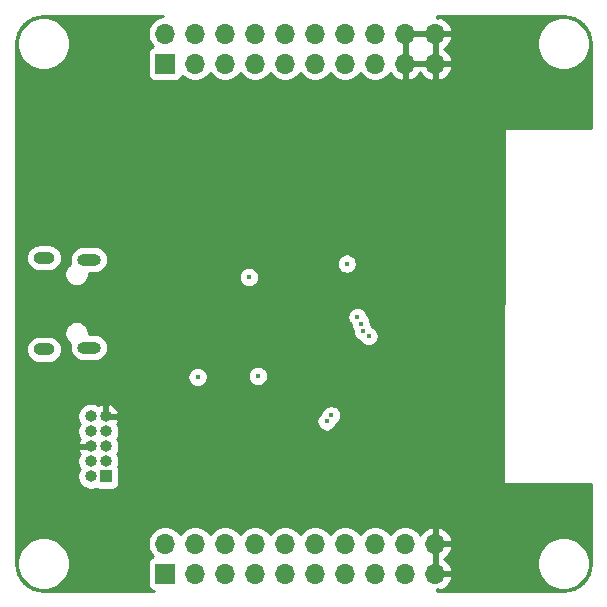
<source format=gbr>
%TF.GenerationSoftware,KiCad,Pcbnew,(5.1.12-1-10_14)*%
%TF.CreationDate,2022-01-30T11:33:22+08:00*%
%TF.ProjectId,nrf51822_devboard,6e726635-3138-4323-925f-646576626f61,rev?*%
%TF.SameCoordinates,Original*%
%TF.FileFunction,Copper,L2,Inr*%
%TF.FilePolarity,Positive*%
%FSLAX46Y46*%
G04 Gerber Fmt 4.6, Leading zero omitted, Abs format (unit mm)*
G04 Created by KiCad (PCBNEW (5.1.12-1-10_14)) date 2022-01-30 11:33:22*
%MOMM*%
%LPD*%
G01*
G04 APERTURE LIST*
%TA.AperFunction,ComponentPad*%
%ADD10O,1.700000X1.700000*%
%TD*%
%TA.AperFunction,ComponentPad*%
%ADD11R,1.700000X1.700000*%
%TD*%
%TA.AperFunction,ComponentPad*%
%ADD12O,1.800000X1.000000*%
%TD*%
%TA.AperFunction,ComponentPad*%
%ADD13O,2.000000X1.000000*%
%TD*%
%TA.AperFunction,ComponentPad*%
%ADD14O,1.000000X1.000000*%
%TD*%
%TA.AperFunction,ComponentPad*%
%ADD15R,1.000000X1.000000*%
%TD*%
%TA.AperFunction,ViaPad*%
%ADD16C,0.450000*%
%TD*%
%TA.AperFunction,Conductor*%
%ADD17C,0.254000*%
%TD*%
%TA.AperFunction,Conductor*%
%ADD18C,0.100000*%
%TD*%
G04 APERTURE END LIST*
D10*
%TO.N,GND*%
%TO.C,J3*%
X136150000Y-52140000D03*
X136150000Y-54680000D03*
X133610000Y-52140000D03*
X133610000Y-54680000D03*
%TO.N,P0.17*%
X131070000Y-52140000D03*
%TO.N,P0.18*%
X131070000Y-54680000D03*
%TO.N,P0.19*%
X128530000Y-52140000D03*
%TO.N,P0.20*%
X128530000Y-54680000D03*
%TO.N,P0.21*%
X125990000Y-52140000D03*
%TO.N,P0.22*%
X125990000Y-54680000D03*
%TO.N,P0.23*%
X123450000Y-52140000D03*
%TO.N,P0.24*%
X123450000Y-54680000D03*
%TO.N,P0.25*%
X120910000Y-52140000D03*
%TO.N,P0.26*%
X120910000Y-54680000D03*
%TO.N,P0.27*%
X118370000Y-52140000D03*
%TO.N,P0.28*%
X118370000Y-54680000D03*
%TO.N,P0.29*%
X115830000Y-52140000D03*
%TO.N,P0.30*%
X115830000Y-54680000D03*
%TO.N,+3V3*%
X113290000Y-52140000D03*
D11*
X113290000Y-54680000D03*
%TD*%
D10*
%TO.N,GND*%
%TO.C,J2*%
X136150000Y-95320000D03*
X136150000Y-97860000D03*
%TO.N,P0.16*%
X133610000Y-95320000D03*
%TO.N,P0.15*%
X133610000Y-97860000D03*
%TO.N,P0.14*%
X131070000Y-95320000D03*
%TO.N,P0.13*%
X131070000Y-97860000D03*
%TO.N,P0.12*%
X128530000Y-95320000D03*
%TO.N,P0.11*%
X128530000Y-97860000D03*
%TO.N,P0.10*%
X125990000Y-95320000D03*
%TO.N,P0.9*%
X125990000Y-97860000D03*
%TO.N,P0.8*%
X123450000Y-95320000D03*
%TO.N,P0.7*%
X123450000Y-97860000D03*
%TO.N,P0.6*%
X120910000Y-95320000D03*
%TO.N,P0.5*%
X120910000Y-97860000D03*
%TO.N,P0.4*%
X118370000Y-95320000D03*
%TO.N,P0.3*%
X118370000Y-97860000D03*
%TO.N,P0.2*%
X115830000Y-95320000D03*
%TO.N,P0.1*%
X115830000Y-97860000D03*
%TO.N,P0.0*%
X113290000Y-95320000D03*
D11*
%TO.N,+3V3*%
X113290000Y-97860000D03*
%TD*%
D12*
%TO.N,Net-(J1-Pad0)*%
%TO.C,J1*%
X103050000Y-78875000D03*
X103050000Y-71125000D03*
D13*
X106850000Y-78725000D03*
X106850000Y-71275000D03*
%TD*%
D14*
%TO.N,GND*%
%TO.C,CON1*%
X108275000Y-84550000D03*
%TO.N,P0.4*%
X107005000Y-84550000D03*
%TO.N,SWCLK*%
X108275000Y-85820000D03*
%TO.N,P0.5*%
X107005000Y-85820000D03*
%TO.N,SWDIO*%
X108275000Y-87090000D03*
%TO.N,GND*%
X107005000Y-87090000D03*
%TO.N,+3V3*%
X108275000Y-88360000D03*
%TO.N,N/C*%
X107005000Y-88360000D03*
X107005000Y-89630000D03*
D15*
X108275000Y-89630000D03*
%TD*%
D16*
%TO.N,GND*%
X118910000Y-69700000D03*
X118960000Y-58000000D03*
X109360000Y-77350000D03*
X141400000Y-73600000D03*
X140700000Y-73600000D03*
X140000000Y-73600000D03*
X139300000Y-73600000D03*
X138600000Y-73600000D03*
X137900000Y-73600000D03*
X137200000Y-73600000D03*
X136500000Y-73600000D03*
X135800000Y-73600000D03*
X135100000Y-73600000D03*
X134400000Y-73600000D03*
X133700000Y-73600000D03*
X133000000Y-73600000D03*
X141400000Y-75500000D03*
X140700000Y-75500000D03*
X140000000Y-75500000D03*
X140000000Y-76200000D03*
X140000000Y-76900000D03*
X141400000Y-76200000D03*
X141400000Y-76900000D03*
X112760000Y-62460000D03*
%TO.N,+3V3*%
X121140000Y-81120000D03*
X116040000Y-81220000D03*
X120380000Y-72770000D03*
X128660000Y-71620000D03*
%TO.N,SWCLK*%
X127353590Y-84462710D03*
%TO.N,SWDIO*%
X126960000Y-84980000D03*
%TO.N,P0.20*%
X129570000Y-76125000D03*
%TO.N,P0.19*%
X129850137Y-76711537D03*
%TO.N,P0.18*%
X130030933Y-77335889D03*
%TO.N,P0.17*%
X130511102Y-77773998D03*
%TD*%
D17*
%TO.N,GND*%
X112856842Y-50712068D02*
X112586589Y-50824010D01*
X112343368Y-50986525D01*
X112136525Y-51193368D01*
X111974010Y-51436589D01*
X111862068Y-51706842D01*
X111805000Y-51993740D01*
X111805000Y-52286260D01*
X111862068Y-52573158D01*
X111974010Y-52843411D01*
X112136525Y-53086632D01*
X112268380Y-53218487D01*
X112195820Y-53240498D01*
X112085506Y-53299463D01*
X111988815Y-53378815D01*
X111909463Y-53475506D01*
X111850498Y-53585820D01*
X111814188Y-53705518D01*
X111801928Y-53830000D01*
X111801928Y-55530000D01*
X111814188Y-55654482D01*
X111850498Y-55774180D01*
X111909463Y-55884494D01*
X111988815Y-55981185D01*
X112085506Y-56060537D01*
X112195820Y-56119502D01*
X112315518Y-56155812D01*
X112440000Y-56168072D01*
X114140000Y-56168072D01*
X114264482Y-56155812D01*
X114384180Y-56119502D01*
X114494494Y-56060537D01*
X114591185Y-55981185D01*
X114670537Y-55884494D01*
X114729502Y-55774180D01*
X114751513Y-55701620D01*
X114883368Y-55833475D01*
X115126589Y-55995990D01*
X115396842Y-56107932D01*
X115683740Y-56165000D01*
X115976260Y-56165000D01*
X116263158Y-56107932D01*
X116533411Y-55995990D01*
X116776632Y-55833475D01*
X116983475Y-55626632D01*
X117100000Y-55452240D01*
X117216525Y-55626632D01*
X117423368Y-55833475D01*
X117666589Y-55995990D01*
X117936842Y-56107932D01*
X118223740Y-56165000D01*
X118516260Y-56165000D01*
X118803158Y-56107932D01*
X119073411Y-55995990D01*
X119316632Y-55833475D01*
X119523475Y-55626632D01*
X119640000Y-55452240D01*
X119756525Y-55626632D01*
X119963368Y-55833475D01*
X120206589Y-55995990D01*
X120476842Y-56107932D01*
X120763740Y-56165000D01*
X121056260Y-56165000D01*
X121343158Y-56107932D01*
X121613411Y-55995990D01*
X121856632Y-55833475D01*
X122063475Y-55626632D01*
X122180000Y-55452240D01*
X122296525Y-55626632D01*
X122503368Y-55833475D01*
X122746589Y-55995990D01*
X123016842Y-56107932D01*
X123303740Y-56165000D01*
X123596260Y-56165000D01*
X123883158Y-56107932D01*
X124153411Y-55995990D01*
X124396632Y-55833475D01*
X124603475Y-55626632D01*
X124720000Y-55452240D01*
X124836525Y-55626632D01*
X125043368Y-55833475D01*
X125286589Y-55995990D01*
X125556842Y-56107932D01*
X125843740Y-56165000D01*
X126136260Y-56165000D01*
X126423158Y-56107932D01*
X126693411Y-55995990D01*
X126936632Y-55833475D01*
X127143475Y-55626632D01*
X127260000Y-55452240D01*
X127376525Y-55626632D01*
X127583368Y-55833475D01*
X127826589Y-55995990D01*
X128096842Y-56107932D01*
X128383740Y-56165000D01*
X128676260Y-56165000D01*
X128963158Y-56107932D01*
X129233411Y-55995990D01*
X129476632Y-55833475D01*
X129683475Y-55626632D01*
X129800000Y-55452240D01*
X129916525Y-55626632D01*
X130123368Y-55833475D01*
X130366589Y-55995990D01*
X130636842Y-56107932D01*
X130923740Y-56165000D01*
X131216260Y-56165000D01*
X131503158Y-56107932D01*
X131773411Y-55995990D01*
X132016632Y-55833475D01*
X132223475Y-55626632D01*
X132345195Y-55444466D01*
X132414822Y-55561355D01*
X132609731Y-55777588D01*
X132843080Y-55951641D01*
X133105901Y-56076825D01*
X133253110Y-56121476D01*
X133483000Y-56000155D01*
X133483000Y-54807000D01*
X133737000Y-54807000D01*
X133737000Y-56000155D01*
X133966890Y-56121476D01*
X134114099Y-56076825D01*
X134376920Y-55951641D01*
X134610269Y-55777588D01*
X134805178Y-55561355D01*
X134880000Y-55435745D01*
X134954822Y-55561355D01*
X135149731Y-55777588D01*
X135383080Y-55951641D01*
X135645901Y-56076825D01*
X135793110Y-56121476D01*
X136023000Y-56000155D01*
X136023000Y-54807000D01*
X136277000Y-54807000D01*
X136277000Y-56000155D01*
X136506890Y-56121476D01*
X136654099Y-56076825D01*
X136916920Y-55951641D01*
X137150269Y-55777588D01*
X137345178Y-55561355D01*
X137494157Y-55311252D01*
X137591481Y-55036891D01*
X137470814Y-54807000D01*
X136277000Y-54807000D01*
X136023000Y-54807000D01*
X133737000Y-54807000D01*
X133483000Y-54807000D01*
X133463000Y-54807000D01*
X133463000Y-54553000D01*
X133483000Y-54553000D01*
X133483000Y-52267000D01*
X133737000Y-52267000D01*
X133737000Y-54553000D01*
X136023000Y-54553000D01*
X136023000Y-52267000D01*
X136277000Y-52267000D01*
X136277000Y-54553000D01*
X137470814Y-54553000D01*
X137591481Y-54323109D01*
X137494157Y-54048748D01*
X137345178Y-53798645D01*
X137150269Y-53582412D01*
X136919120Y-53410000D01*
X137150269Y-53237588D01*
X137345178Y-53021355D01*
X137489022Y-52779872D01*
X144765000Y-52779872D01*
X144765000Y-53220128D01*
X144850890Y-53651925D01*
X145019369Y-54058669D01*
X145263962Y-54424729D01*
X145575271Y-54736038D01*
X145941331Y-54980631D01*
X146348075Y-55149110D01*
X146779872Y-55235000D01*
X147220128Y-55235000D01*
X147651925Y-55149110D01*
X148058669Y-54980631D01*
X148424729Y-54736038D01*
X148736038Y-54424729D01*
X148980631Y-54058669D01*
X149149110Y-53651925D01*
X149235000Y-53220128D01*
X149235000Y-52779872D01*
X149149110Y-52348075D01*
X148980631Y-51941331D01*
X148736038Y-51575271D01*
X148424729Y-51263962D01*
X148058669Y-51019369D01*
X147651925Y-50850890D01*
X147220128Y-50765000D01*
X146779872Y-50765000D01*
X146348075Y-50850890D01*
X145941331Y-51019369D01*
X145575271Y-51263962D01*
X145263962Y-51575271D01*
X145019369Y-51941331D01*
X144850890Y-52348075D01*
X144765000Y-52779872D01*
X137489022Y-52779872D01*
X137494157Y-52771252D01*
X137591481Y-52496891D01*
X137470814Y-52267000D01*
X136277000Y-52267000D01*
X136023000Y-52267000D01*
X133737000Y-52267000D01*
X133483000Y-52267000D01*
X133463000Y-52267000D01*
X133463000Y-52013000D01*
X133483000Y-52013000D01*
X133483000Y-51993000D01*
X133737000Y-51993000D01*
X133737000Y-52013000D01*
X136023000Y-52013000D01*
X136023000Y-51993000D01*
X136277000Y-51993000D01*
X136277000Y-52013000D01*
X137470814Y-52013000D01*
X137591481Y-51783109D01*
X137494157Y-51508748D01*
X137345178Y-51258645D01*
X137150269Y-51042412D01*
X136916920Y-50868359D01*
X136654099Y-50743175D01*
X136506890Y-50698524D01*
X136277002Y-50819844D01*
X136277002Y-50660000D01*
X146967721Y-50660000D01*
X147453893Y-50707670D01*
X147890498Y-50839489D01*
X148293185Y-51053600D01*
X148646612Y-51341848D01*
X148937327Y-51693261D01*
X149154242Y-52094439D01*
X149289106Y-52530113D01*
X149340000Y-53014344D01*
X149340000Y-60152146D01*
X142112047Y-60152146D01*
X142087688Y-60154504D01*
X142063840Y-60161651D01*
X142041844Y-60173314D01*
X142022546Y-60189043D01*
X142006687Y-60208235D01*
X141994878Y-60230152D01*
X141987571Y-60253952D01*
X141985048Y-60278721D01*
X141885048Y-90128721D01*
X141887536Y-90154168D01*
X141894810Y-90177978D01*
X141906589Y-90199911D01*
X141922421Y-90219125D01*
X141941698Y-90234881D01*
X141963677Y-90246574D01*
X141987516Y-90253754D01*
X142012297Y-90256146D01*
X149340001Y-90241721D01*
X149340001Y-96967711D01*
X149292330Y-97453894D01*
X149160512Y-97890497D01*
X148946399Y-98293186D01*
X148658150Y-98646613D01*
X148306739Y-98937327D01*
X147905564Y-99154240D01*
X147469886Y-99289106D01*
X146985664Y-99340000D01*
X136277002Y-99340000D01*
X136277002Y-99180156D01*
X136506890Y-99301476D01*
X136654099Y-99256825D01*
X136916920Y-99131641D01*
X137150269Y-98957588D01*
X137345178Y-98741355D01*
X137494157Y-98491252D01*
X137591481Y-98216891D01*
X137470814Y-97987000D01*
X136277000Y-97987000D01*
X136277000Y-98007000D01*
X136023000Y-98007000D01*
X136023000Y-97987000D01*
X136003000Y-97987000D01*
X136003000Y-97733000D01*
X136023000Y-97733000D01*
X136023000Y-95447000D01*
X136277000Y-95447000D01*
X136277000Y-97733000D01*
X137470814Y-97733000D01*
X137591481Y-97503109D01*
X137494157Y-97228748D01*
X137345178Y-96978645D01*
X137166008Y-96779872D01*
X144765000Y-96779872D01*
X144765000Y-97220128D01*
X144850890Y-97651925D01*
X145019369Y-98058669D01*
X145263962Y-98424729D01*
X145575271Y-98736038D01*
X145941331Y-98980631D01*
X146348075Y-99149110D01*
X146779872Y-99235000D01*
X147220128Y-99235000D01*
X147651925Y-99149110D01*
X148058669Y-98980631D01*
X148424729Y-98736038D01*
X148736038Y-98424729D01*
X148980631Y-98058669D01*
X149149110Y-97651925D01*
X149235000Y-97220128D01*
X149235000Y-96779872D01*
X149149110Y-96348075D01*
X148980631Y-95941331D01*
X148736038Y-95575271D01*
X148424729Y-95263962D01*
X148058669Y-95019369D01*
X147651925Y-94850890D01*
X147220128Y-94765000D01*
X146779872Y-94765000D01*
X146348075Y-94850890D01*
X145941331Y-95019369D01*
X145575271Y-95263962D01*
X145263962Y-95575271D01*
X145019369Y-95941331D01*
X144850890Y-96348075D01*
X144765000Y-96779872D01*
X137166008Y-96779872D01*
X137150269Y-96762412D01*
X136919120Y-96590000D01*
X137150269Y-96417588D01*
X137345178Y-96201355D01*
X137494157Y-95951252D01*
X137591481Y-95676891D01*
X137470814Y-95447000D01*
X136277000Y-95447000D01*
X136023000Y-95447000D01*
X136003000Y-95447000D01*
X136003000Y-95193000D01*
X136023000Y-95193000D01*
X136023000Y-93999845D01*
X136277000Y-93999845D01*
X136277000Y-95193000D01*
X137470814Y-95193000D01*
X137591481Y-94963109D01*
X137494157Y-94688748D01*
X137345178Y-94438645D01*
X137150269Y-94222412D01*
X136916920Y-94048359D01*
X136654099Y-93923175D01*
X136506890Y-93878524D01*
X136277000Y-93999845D01*
X136023000Y-93999845D01*
X135793110Y-93878524D01*
X135645901Y-93923175D01*
X135383080Y-94048359D01*
X135149731Y-94222412D01*
X134954822Y-94438645D01*
X134885195Y-94555534D01*
X134763475Y-94373368D01*
X134556632Y-94166525D01*
X134313411Y-94004010D01*
X134043158Y-93892068D01*
X133756260Y-93835000D01*
X133463740Y-93835000D01*
X133176842Y-93892068D01*
X132906589Y-94004010D01*
X132663368Y-94166525D01*
X132456525Y-94373368D01*
X132340000Y-94547760D01*
X132223475Y-94373368D01*
X132016632Y-94166525D01*
X131773411Y-94004010D01*
X131503158Y-93892068D01*
X131216260Y-93835000D01*
X130923740Y-93835000D01*
X130636842Y-93892068D01*
X130366589Y-94004010D01*
X130123368Y-94166525D01*
X129916525Y-94373368D01*
X129800000Y-94547760D01*
X129683475Y-94373368D01*
X129476632Y-94166525D01*
X129233411Y-94004010D01*
X128963158Y-93892068D01*
X128676260Y-93835000D01*
X128383740Y-93835000D01*
X128096842Y-93892068D01*
X127826589Y-94004010D01*
X127583368Y-94166525D01*
X127376525Y-94373368D01*
X127260000Y-94547760D01*
X127143475Y-94373368D01*
X126936632Y-94166525D01*
X126693411Y-94004010D01*
X126423158Y-93892068D01*
X126136260Y-93835000D01*
X125843740Y-93835000D01*
X125556842Y-93892068D01*
X125286589Y-94004010D01*
X125043368Y-94166525D01*
X124836525Y-94373368D01*
X124720000Y-94547760D01*
X124603475Y-94373368D01*
X124396632Y-94166525D01*
X124153411Y-94004010D01*
X123883158Y-93892068D01*
X123596260Y-93835000D01*
X123303740Y-93835000D01*
X123016842Y-93892068D01*
X122746589Y-94004010D01*
X122503368Y-94166525D01*
X122296525Y-94373368D01*
X122180000Y-94547760D01*
X122063475Y-94373368D01*
X121856632Y-94166525D01*
X121613411Y-94004010D01*
X121343158Y-93892068D01*
X121056260Y-93835000D01*
X120763740Y-93835000D01*
X120476842Y-93892068D01*
X120206589Y-94004010D01*
X119963368Y-94166525D01*
X119756525Y-94373368D01*
X119640000Y-94547760D01*
X119523475Y-94373368D01*
X119316632Y-94166525D01*
X119073411Y-94004010D01*
X118803158Y-93892068D01*
X118516260Y-93835000D01*
X118223740Y-93835000D01*
X117936842Y-93892068D01*
X117666589Y-94004010D01*
X117423368Y-94166525D01*
X117216525Y-94373368D01*
X117100000Y-94547760D01*
X116983475Y-94373368D01*
X116776632Y-94166525D01*
X116533411Y-94004010D01*
X116263158Y-93892068D01*
X115976260Y-93835000D01*
X115683740Y-93835000D01*
X115396842Y-93892068D01*
X115126589Y-94004010D01*
X114883368Y-94166525D01*
X114676525Y-94373368D01*
X114560000Y-94547760D01*
X114443475Y-94373368D01*
X114236632Y-94166525D01*
X113993411Y-94004010D01*
X113723158Y-93892068D01*
X113436260Y-93835000D01*
X113143740Y-93835000D01*
X112856842Y-93892068D01*
X112586589Y-94004010D01*
X112343368Y-94166525D01*
X112136525Y-94373368D01*
X111974010Y-94616589D01*
X111862068Y-94886842D01*
X111805000Y-95173740D01*
X111805000Y-95466260D01*
X111862068Y-95753158D01*
X111974010Y-96023411D01*
X112136525Y-96266632D01*
X112268380Y-96398487D01*
X112195820Y-96420498D01*
X112085506Y-96479463D01*
X111988815Y-96558815D01*
X111909463Y-96655506D01*
X111850498Y-96765820D01*
X111814188Y-96885518D01*
X111801928Y-97010000D01*
X111801928Y-98710000D01*
X111814188Y-98834482D01*
X111850498Y-98954180D01*
X111909463Y-99064494D01*
X111988815Y-99161185D01*
X112085506Y-99240537D01*
X112195820Y-99299502D01*
X112315518Y-99335812D01*
X112358041Y-99340000D01*
X103032279Y-99340000D01*
X102546106Y-99292330D01*
X102109503Y-99160512D01*
X101706814Y-98946399D01*
X101353387Y-98658150D01*
X101062673Y-98306739D01*
X100845760Y-97905564D01*
X100710894Y-97469886D01*
X100660000Y-96985664D01*
X100660000Y-96779872D01*
X100765000Y-96779872D01*
X100765000Y-97220128D01*
X100850890Y-97651925D01*
X101019369Y-98058669D01*
X101263962Y-98424729D01*
X101575271Y-98736038D01*
X101941331Y-98980631D01*
X102348075Y-99149110D01*
X102779872Y-99235000D01*
X103220128Y-99235000D01*
X103651925Y-99149110D01*
X104058669Y-98980631D01*
X104424729Y-98736038D01*
X104736038Y-98424729D01*
X104980631Y-98058669D01*
X105149110Y-97651925D01*
X105235000Y-97220128D01*
X105235000Y-96779872D01*
X105149110Y-96348075D01*
X104980631Y-95941331D01*
X104736038Y-95575271D01*
X104424729Y-95263962D01*
X104058669Y-95019369D01*
X103651925Y-94850890D01*
X103220128Y-94765000D01*
X102779872Y-94765000D01*
X102348075Y-94850890D01*
X101941331Y-95019369D01*
X101575271Y-95263962D01*
X101263962Y-95575271D01*
X101019369Y-95941331D01*
X100850890Y-96348075D01*
X100765000Y-96779872D01*
X100660000Y-96779872D01*
X100660000Y-84438212D01*
X105870000Y-84438212D01*
X105870000Y-84661788D01*
X105913617Y-84881067D01*
X105999176Y-85087624D01*
X106064241Y-85185000D01*
X105999176Y-85282376D01*
X105913617Y-85488933D01*
X105870000Y-85708212D01*
X105870000Y-85931788D01*
X105913617Y-86151067D01*
X105999176Y-86357624D01*
X106067353Y-86459658D01*
X106017877Y-86529794D01*
X105927554Y-86733136D01*
X105910881Y-86788126D01*
X106037046Y-86963000D01*
X106878000Y-86963000D01*
X106878000Y-86951974D01*
X106893212Y-86955000D01*
X107116788Y-86955000D01*
X107132000Y-86951974D01*
X107132000Y-86963000D01*
X107143026Y-86963000D01*
X107140000Y-86978212D01*
X107140000Y-87201788D01*
X107143026Y-87217000D01*
X107132000Y-87217000D01*
X107132000Y-87228026D01*
X107116788Y-87225000D01*
X106893212Y-87225000D01*
X106878000Y-87228026D01*
X106878000Y-87217000D01*
X106037046Y-87217000D01*
X105910881Y-87391874D01*
X105927554Y-87446864D01*
X106017877Y-87650206D01*
X106067353Y-87720342D01*
X105999176Y-87822376D01*
X105913617Y-88028933D01*
X105870000Y-88248212D01*
X105870000Y-88471788D01*
X105913617Y-88691067D01*
X105999176Y-88897624D01*
X106064241Y-88995000D01*
X105999176Y-89092376D01*
X105913617Y-89298933D01*
X105870000Y-89518212D01*
X105870000Y-89741788D01*
X105913617Y-89961067D01*
X105999176Y-90167624D01*
X106123388Y-90353520D01*
X106281480Y-90511612D01*
X106467376Y-90635824D01*
X106673933Y-90721383D01*
X106893212Y-90765000D01*
X107116788Y-90765000D01*
X107336067Y-90721383D01*
X107447774Y-90675112D01*
X107530820Y-90719502D01*
X107650518Y-90755812D01*
X107775000Y-90768072D01*
X108775000Y-90768072D01*
X108899482Y-90755812D01*
X109019180Y-90719502D01*
X109129494Y-90660537D01*
X109226185Y-90581185D01*
X109305537Y-90484494D01*
X109364502Y-90374180D01*
X109400812Y-90254482D01*
X109413072Y-90130000D01*
X109413072Y-89130000D01*
X109400812Y-89005518D01*
X109364502Y-88885820D01*
X109320112Y-88802774D01*
X109366383Y-88691067D01*
X109410000Y-88471788D01*
X109410000Y-88248212D01*
X109366383Y-88028933D01*
X109280824Y-87822376D01*
X109215759Y-87725000D01*
X109280824Y-87627624D01*
X109366383Y-87421067D01*
X109410000Y-87201788D01*
X109410000Y-86978212D01*
X109366383Y-86758933D01*
X109280824Y-86552376D01*
X109215759Y-86455000D01*
X109280824Y-86357624D01*
X109366383Y-86151067D01*
X109410000Y-85931788D01*
X109410000Y-85708212D01*
X109366383Y-85488933D01*
X109280824Y-85282376D01*
X109212647Y-85180342D01*
X109262123Y-85110206D01*
X109352446Y-84906864D01*
X109355953Y-84895297D01*
X126100000Y-84895297D01*
X126100000Y-85064703D01*
X126133049Y-85230853D01*
X126197878Y-85387363D01*
X126291995Y-85528218D01*
X126411782Y-85648005D01*
X126552637Y-85742122D01*
X126709147Y-85806951D01*
X126875297Y-85840000D01*
X127044703Y-85840000D01*
X127210853Y-85806951D01*
X127367363Y-85742122D01*
X127508218Y-85648005D01*
X127628005Y-85528218D01*
X127722122Y-85387363D01*
X127786951Y-85230853D01*
X127792317Y-85203875D01*
X127901808Y-85130715D01*
X128021595Y-85010928D01*
X128115712Y-84870073D01*
X128180541Y-84713563D01*
X128213590Y-84547413D01*
X128213590Y-84378007D01*
X128180541Y-84211857D01*
X128115712Y-84055347D01*
X128021595Y-83914492D01*
X127901808Y-83794705D01*
X127760953Y-83700588D01*
X127604443Y-83635759D01*
X127438293Y-83602710D01*
X127268887Y-83602710D01*
X127102737Y-83635759D01*
X126946227Y-83700588D01*
X126805372Y-83794705D01*
X126685585Y-83914492D01*
X126591468Y-84055347D01*
X126526639Y-84211857D01*
X126521273Y-84238835D01*
X126411782Y-84311995D01*
X126291995Y-84431782D01*
X126197878Y-84572637D01*
X126133049Y-84729147D01*
X126100000Y-84895297D01*
X109355953Y-84895297D01*
X109369119Y-84851874D01*
X109242954Y-84677000D01*
X108402000Y-84677000D01*
X108402000Y-84688026D01*
X108386788Y-84685000D01*
X108163212Y-84685000D01*
X108148000Y-84688026D01*
X108148000Y-84677000D01*
X108136974Y-84677000D01*
X108140000Y-84661788D01*
X108140000Y-84438212D01*
X108136974Y-84423000D01*
X108148000Y-84423000D01*
X108148000Y-83580871D01*
X108402000Y-83580871D01*
X108402000Y-84423000D01*
X109242954Y-84423000D01*
X109369119Y-84248126D01*
X109352446Y-84193136D01*
X109262123Y-83989794D01*
X109133865Y-83807980D01*
X108972601Y-83654682D01*
X108784529Y-83535790D01*
X108576876Y-83455874D01*
X108402000Y-83580871D01*
X108148000Y-83580871D01*
X107973124Y-83455874D01*
X107765471Y-83535790D01*
X107644512Y-83612256D01*
X107542624Y-83544176D01*
X107336067Y-83458617D01*
X107116788Y-83415000D01*
X106893212Y-83415000D01*
X106673933Y-83458617D01*
X106467376Y-83544176D01*
X106281480Y-83668388D01*
X106123388Y-83826480D01*
X105999176Y-84012376D01*
X105913617Y-84218933D01*
X105870000Y-84438212D01*
X100660000Y-84438212D01*
X100660000Y-81135297D01*
X115180000Y-81135297D01*
X115180000Y-81304703D01*
X115213049Y-81470853D01*
X115277878Y-81627363D01*
X115371995Y-81768218D01*
X115491782Y-81888005D01*
X115632637Y-81982122D01*
X115789147Y-82046951D01*
X115955297Y-82080000D01*
X116124703Y-82080000D01*
X116290853Y-82046951D01*
X116447363Y-81982122D01*
X116588218Y-81888005D01*
X116708005Y-81768218D01*
X116802122Y-81627363D01*
X116866951Y-81470853D01*
X116900000Y-81304703D01*
X116900000Y-81135297D01*
X116880109Y-81035297D01*
X120280000Y-81035297D01*
X120280000Y-81204703D01*
X120313049Y-81370853D01*
X120377878Y-81527363D01*
X120471995Y-81668218D01*
X120591782Y-81788005D01*
X120732637Y-81882122D01*
X120889147Y-81946951D01*
X121055297Y-81980000D01*
X121224703Y-81980000D01*
X121390853Y-81946951D01*
X121547363Y-81882122D01*
X121688218Y-81788005D01*
X121808005Y-81668218D01*
X121902122Y-81527363D01*
X121966951Y-81370853D01*
X122000000Y-81204703D01*
X122000000Y-81035297D01*
X121966951Y-80869147D01*
X121902122Y-80712637D01*
X121808005Y-80571782D01*
X121688218Y-80451995D01*
X121547363Y-80357878D01*
X121390853Y-80293049D01*
X121224703Y-80260000D01*
X121055297Y-80260000D01*
X120889147Y-80293049D01*
X120732637Y-80357878D01*
X120591782Y-80451995D01*
X120471995Y-80571782D01*
X120377878Y-80712637D01*
X120313049Y-80869147D01*
X120280000Y-81035297D01*
X116880109Y-81035297D01*
X116866951Y-80969147D01*
X116802122Y-80812637D01*
X116708005Y-80671782D01*
X116588218Y-80551995D01*
X116447363Y-80457878D01*
X116290853Y-80393049D01*
X116124703Y-80360000D01*
X115955297Y-80360000D01*
X115789147Y-80393049D01*
X115632637Y-80457878D01*
X115491782Y-80551995D01*
X115371995Y-80671782D01*
X115277878Y-80812637D01*
X115213049Y-80969147D01*
X115180000Y-81135297D01*
X100660000Y-81135297D01*
X100660000Y-78875000D01*
X101509509Y-78875000D01*
X101531423Y-79097499D01*
X101596324Y-79311447D01*
X101701716Y-79508623D01*
X101843551Y-79681449D01*
X102016377Y-79823284D01*
X102213553Y-79928676D01*
X102427501Y-79993577D01*
X102594248Y-80010000D01*
X103505752Y-80010000D01*
X103672499Y-79993577D01*
X103886447Y-79928676D01*
X104083623Y-79823284D01*
X104256449Y-79681449D01*
X104398284Y-79508623D01*
X104503676Y-79311447D01*
X104568577Y-79097499D01*
X104590491Y-78875000D01*
X104568577Y-78652501D01*
X104503676Y-78438553D01*
X104398284Y-78241377D01*
X104256449Y-78068551D01*
X104083623Y-77926716D01*
X103886447Y-77821324D01*
X103672499Y-77756423D01*
X103505752Y-77740000D01*
X102594248Y-77740000D01*
X102427501Y-77756423D01*
X102213553Y-77821324D01*
X102016377Y-77926716D01*
X101843551Y-78068551D01*
X101701716Y-78241377D01*
X101596324Y-78438553D01*
X101531423Y-78652501D01*
X101509509Y-78875000D01*
X100660000Y-78875000D01*
X100660000Y-77398061D01*
X104765000Y-77398061D01*
X104765000Y-77601939D01*
X104804774Y-77801898D01*
X104882795Y-77990256D01*
X104996063Y-78159774D01*
X105140226Y-78303937D01*
X105266136Y-78388067D01*
X105231423Y-78502501D01*
X105209509Y-78725000D01*
X105231423Y-78947499D01*
X105296324Y-79161447D01*
X105401716Y-79358623D01*
X105543551Y-79531449D01*
X105716377Y-79673284D01*
X105913553Y-79778676D01*
X106127501Y-79843577D01*
X106294248Y-79860000D01*
X107405752Y-79860000D01*
X107572499Y-79843577D01*
X107786447Y-79778676D01*
X107983623Y-79673284D01*
X108156449Y-79531449D01*
X108298284Y-79358623D01*
X108403676Y-79161447D01*
X108468577Y-78947499D01*
X108490491Y-78725000D01*
X108468577Y-78502501D01*
X108403676Y-78288553D01*
X108298284Y-78091377D01*
X108156449Y-77918551D01*
X107983623Y-77776716D01*
X107786447Y-77671324D01*
X107572499Y-77606423D01*
X107405752Y-77590000D01*
X106835000Y-77590000D01*
X106835000Y-77398061D01*
X106795226Y-77198102D01*
X106717205Y-77009744D01*
X106603937Y-76840226D01*
X106459774Y-76696063D01*
X106290256Y-76582795D01*
X106101898Y-76504774D01*
X105901939Y-76465000D01*
X105698061Y-76465000D01*
X105498102Y-76504774D01*
X105309744Y-76582795D01*
X105140226Y-76696063D01*
X104996063Y-76840226D01*
X104882795Y-77009744D01*
X104804774Y-77198102D01*
X104765000Y-77398061D01*
X100660000Y-77398061D01*
X100660000Y-76040297D01*
X128710000Y-76040297D01*
X128710000Y-76209703D01*
X128743049Y-76375853D01*
X128807878Y-76532363D01*
X128901995Y-76673218D01*
X128990137Y-76761360D01*
X128990137Y-76796240D01*
X129023186Y-76962390D01*
X129088015Y-77118900D01*
X129172189Y-77244874D01*
X129170933Y-77251186D01*
X129170933Y-77420592D01*
X129203982Y-77586742D01*
X129268811Y-77743252D01*
X129362928Y-77884107D01*
X129482715Y-78003894D01*
X129623570Y-78098011D01*
X129733278Y-78143454D01*
X129748980Y-78181361D01*
X129843097Y-78322216D01*
X129962884Y-78442003D01*
X130103739Y-78536120D01*
X130260249Y-78600949D01*
X130426399Y-78633998D01*
X130595805Y-78633998D01*
X130761955Y-78600949D01*
X130918465Y-78536120D01*
X131059320Y-78442003D01*
X131179107Y-78322216D01*
X131273224Y-78181361D01*
X131338053Y-78024851D01*
X131371102Y-77858701D01*
X131371102Y-77689295D01*
X131338053Y-77523145D01*
X131273224Y-77366635D01*
X131179107Y-77225780D01*
X131059320Y-77105993D01*
X130918465Y-77011876D01*
X130808757Y-76966433D01*
X130793055Y-76928526D01*
X130708881Y-76802552D01*
X130710137Y-76796240D01*
X130710137Y-76626834D01*
X130677088Y-76460684D01*
X130612259Y-76304174D01*
X130518142Y-76163319D01*
X130430000Y-76075177D01*
X130430000Y-76040297D01*
X130396951Y-75874147D01*
X130332122Y-75717637D01*
X130238005Y-75576782D01*
X130118218Y-75456995D01*
X129977363Y-75362878D01*
X129820853Y-75298049D01*
X129654703Y-75265000D01*
X129485297Y-75265000D01*
X129319147Y-75298049D01*
X129162637Y-75362878D01*
X129021782Y-75456995D01*
X128901995Y-75576782D01*
X128807878Y-75717637D01*
X128743049Y-75874147D01*
X128710000Y-76040297D01*
X100660000Y-76040297D01*
X100660000Y-72398061D01*
X104765000Y-72398061D01*
X104765000Y-72601939D01*
X104804774Y-72801898D01*
X104882795Y-72990256D01*
X104996063Y-73159774D01*
X105140226Y-73303937D01*
X105309744Y-73417205D01*
X105498102Y-73495226D01*
X105698061Y-73535000D01*
X105901939Y-73535000D01*
X106101898Y-73495226D01*
X106290256Y-73417205D01*
X106459774Y-73303937D01*
X106603937Y-73159774D01*
X106717205Y-72990256D01*
X106795226Y-72801898D01*
X106818419Y-72685297D01*
X119520000Y-72685297D01*
X119520000Y-72854703D01*
X119553049Y-73020853D01*
X119617878Y-73177363D01*
X119711995Y-73318218D01*
X119831782Y-73438005D01*
X119972637Y-73532122D01*
X120129147Y-73596951D01*
X120295297Y-73630000D01*
X120464703Y-73630000D01*
X120630853Y-73596951D01*
X120787363Y-73532122D01*
X120928218Y-73438005D01*
X121048005Y-73318218D01*
X121142122Y-73177363D01*
X121206951Y-73020853D01*
X121240000Y-72854703D01*
X121240000Y-72685297D01*
X121206951Y-72519147D01*
X121142122Y-72362637D01*
X121048005Y-72221782D01*
X120928218Y-72101995D01*
X120787363Y-72007878D01*
X120630853Y-71943049D01*
X120464703Y-71910000D01*
X120295297Y-71910000D01*
X120129147Y-71943049D01*
X119972637Y-72007878D01*
X119831782Y-72101995D01*
X119711995Y-72221782D01*
X119617878Y-72362637D01*
X119553049Y-72519147D01*
X119520000Y-72685297D01*
X106818419Y-72685297D01*
X106835000Y-72601939D01*
X106835000Y-72410000D01*
X107405752Y-72410000D01*
X107572499Y-72393577D01*
X107786447Y-72328676D01*
X107983623Y-72223284D01*
X108156449Y-72081449D01*
X108298284Y-71908623D01*
X108403676Y-71711447D01*
X108457110Y-71535297D01*
X127800000Y-71535297D01*
X127800000Y-71704703D01*
X127833049Y-71870853D01*
X127897878Y-72027363D01*
X127991995Y-72168218D01*
X128111782Y-72288005D01*
X128252637Y-72382122D01*
X128409147Y-72446951D01*
X128575297Y-72480000D01*
X128744703Y-72480000D01*
X128910853Y-72446951D01*
X129067363Y-72382122D01*
X129208218Y-72288005D01*
X129328005Y-72168218D01*
X129422122Y-72027363D01*
X129486951Y-71870853D01*
X129520000Y-71704703D01*
X129520000Y-71535297D01*
X129486951Y-71369147D01*
X129422122Y-71212637D01*
X129328005Y-71071782D01*
X129208218Y-70951995D01*
X129067363Y-70857878D01*
X128910853Y-70793049D01*
X128744703Y-70760000D01*
X128575297Y-70760000D01*
X128409147Y-70793049D01*
X128252637Y-70857878D01*
X128111782Y-70951995D01*
X127991995Y-71071782D01*
X127897878Y-71212637D01*
X127833049Y-71369147D01*
X127800000Y-71535297D01*
X108457110Y-71535297D01*
X108468577Y-71497499D01*
X108490491Y-71275000D01*
X108468577Y-71052501D01*
X108403676Y-70838553D01*
X108298284Y-70641377D01*
X108156449Y-70468551D01*
X107983623Y-70326716D01*
X107786447Y-70221324D01*
X107572499Y-70156423D01*
X107405752Y-70140000D01*
X106294248Y-70140000D01*
X106127501Y-70156423D01*
X105913553Y-70221324D01*
X105716377Y-70326716D01*
X105543551Y-70468551D01*
X105401716Y-70641377D01*
X105296324Y-70838553D01*
X105231423Y-71052501D01*
X105209509Y-71275000D01*
X105231423Y-71497499D01*
X105266136Y-71611933D01*
X105140226Y-71696063D01*
X104996063Y-71840226D01*
X104882795Y-72009744D01*
X104804774Y-72198102D01*
X104765000Y-72398061D01*
X100660000Y-72398061D01*
X100660000Y-71125000D01*
X101509509Y-71125000D01*
X101531423Y-71347499D01*
X101596324Y-71561447D01*
X101701716Y-71758623D01*
X101843551Y-71931449D01*
X102016377Y-72073284D01*
X102213553Y-72178676D01*
X102427501Y-72243577D01*
X102594248Y-72260000D01*
X103505752Y-72260000D01*
X103672499Y-72243577D01*
X103886447Y-72178676D01*
X104083623Y-72073284D01*
X104256449Y-71931449D01*
X104398284Y-71758623D01*
X104503676Y-71561447D01*
X104568577Y-71347499D01*
X104590491Y-71125000D01*
X104568577Y-70902501D01*
X104503676Y-70688553D01*
X104398284Y-70491377D01*
X104256449Y-70318551D01*
X104083623Y-70176716D01*
X103886447Y-70071324D01*
X103672499Y-70006423D01*
X103505752Y-69990000D01*
X102594248Y-69990000D01*
X102427501Y-70006423D01*
X102213553Y-70071324D01*
X102016377Y-70176716D01*
X101843551Y-70318551D01*
X101701716Y-70491377D01*
X101596324Y-70688553D01*
X101531423Y-70902501D01*
X101509509Y-71125000D01*
X100660000Y-71125000D01*
X100660000Y-53032279D01*
X100684748Y-52779872D01*
X100765000Y-52779872D01*
X100765000Y-53220128D01*
X100850890Y-53651925D01*
X101019369Y-54058669D01*
X101263962Y-54424729D01*
X101575271Y-54736038D01*
X101941331Y-54980631D01*
X102348075Y-55149110D01*
X102779872Y-55235000D01*
X103220128Y-55235000D01*
X103651925Y-55149110D01*
X104058669Y-54980631D01*
X104424729Y-54736038D01*
X104736038Y-54424729D01*
X104980631Y-54058669D01*
X105149110Y-53651925D01*
X105235000Y-53220128D01*
X105235000Y-52779872D01*
X105149110Y-52348075D01*
X104980631Y-51941331D01*
X104736038Y-51575271D01*
X104424729Y-51263962D01*
X104058669Y-51019369D01*
X103651925Y-50850890D01*
X103220128Y-50765000D01*
X102779872Y-50765000D01*
X102348075Y-50850890D01*
X101941331Y-51019369D01*
X101575271Y-51263962D01*
X101263962Y-51575271D01*
X101019369Y-51941331D01*
X100850890Y-52348075D01*
X100765000Y-52779872D01*
X100684748Y-52779872D01*
X100707670Y-52546107D01*
X100839489Y-52109502D01*
X101053600Y-51706815D01*
X101341848Y-51353388D01*
X101693261Y-51062673D01*
X102094439Y-50845758D01*
X102530113Y-50710894D01*
X103014344Y-50660000D01*
X113118603Y-50660000D01*
X112856842Y-50712068D01*
%TA.AperFunction,Conductor*%
D18*
G36*
X112856842Y-50712068D02*
G01*
X112586589Y-50824010D01*
X112343368Y-50986525D01*
X112136525Y-51193368D01*
X111974010Y-51436589D01*
X111862068Y-51706842D01*
X111805000Y-51993740D01*
X111805000Y-52286260D01*
X111862068Y-52573158D01*
X111974010Y-52843411D01*
X112136525Y-53086632D01*
X112268380Y-53218487D01*
X112195820Y-53240498D01*
X112085506Y-53299463D01*
X111988815Y-53378815D01*
X111909463Y-53475506D01*
X111850498Y-53585820D01*
X111814188Y-53705518D01*
X111801928Y-53830000D01*
X111801928Y-55530000D01*
X111814188Y-55654482D01*
X111850498Y-55774180D01*
X111909463Y-55884494D01*
X111988815Y-55981185D01*
X112085506Y-56060537D01*
X112195820Y-56119502D01*
X112315518Y-56155812D01*
X112440000Y-56168072D01*
X114140000Y-56168072D01*
X114264482Y-56155812D01*
X114384180Y-56119502D01*
X114494494Y-56060537D01*
X114591185Y-55981185D01*
X114670537Y-55884494D01*
X114729502Y-55774180D01*
X114751513Y-55701620D01*
X114883368Y-55833475D01*
X115126589Y-55995990D01*
X115396842Y-56107932D01*
X115683740Y-56165000D01*
X115976260Y-56165000D01*
X116263158Y-56107932D01*
X116533411Y-55995990D01*
X116776632Y-55833475D01*
X116983475Y-55626632D01*
X117100000Y-55452240D01*
X117216525Y-55626632D01*
X117423368Y-55833475D01*
X117666589Y-55995990D01*
X117936842Y-56107932D01*
X118223740Y-56165000D01*
X118516260Y-56165000D01*
X118803158Y-56107932D01*
X119073411Y-55995990D01*
X119316632Y-55833475D01*
X119523475Y-55626632D01*
X119640000Y-55452240D01*
X119756525Y-55626632D01*
X119963368Y-55833475D01*
X120206589Y-55995990D01*
X120476842Y-56107932D01*
X120763740Y-56165000D01*
X121056260Y-56165000D01*
X121343158Y-56107932D01*
X121613411Y-55995990D01*
X121856632Y-55833475D01*
X122063475Y-55626632D01*
X122180000Y-55452240D01*
X122296525Y-55626632D01*
X122503368Y-55833475D01*
X122746589Y-55995990D01*
X123016842Y-56107932D01*
X123303740Y-56165000D01*
X123596260Y-56165000D01*
X123883158Y-56107932D01*
X124153411Y-55995990D01*
X124396632Y-55833475D01*
X124603475Y-55626632D01*
X124720000Y-55452240D01*
X124836525Y-55626632D01*
X125043368Y-55833475D01*
X125286589Y-55995990D01*
X125556842Y-56107932D01*
X125843740Y-56165000D01*
X126136260Y-56165000D01*
X126423158Y-56107932D01*
X126693411Y-55995990D01*
X126936632Y-55833475D01*
X127143475Y-55626632D01*
X127260000Y-55452240D01*
X127376525Y-55626632D01*
X127583368Y-55833475D01*
X127826589Y-55995990D01*
X128096842Y-56107932D01*
X128383740Y-56165000D01*
X128676260Y-56165000D01*
X128963158Y-56107932D01*
X129233411Y-55995990D01*
X129476632Y-55833475D01*
X129683475Y-55626632D01*
X129800000Y-55452240D01*
X129916525Y-55626632D01*
X130123368Y-55833475D01*
X130366589Y-55995990D01*
X130636842Y-56107932D01*
X130923740Y-56165000D01*
X131216260Y-56165000D01*
X131503158Y-56107932D01*
X131773411Y-55995990D01*
X132016632Y-55833475D01*
X132223475Y-55626632D01*
X132345195Y-55444466D01*
X132414822Y-55561355D01*
X132609731Y-55777588D01*
X132843080Y-55951641D01*
X133105901Y-56076825D01*
X133253110Y-56121476D01*
X133483000Y-56000155D01*
X133483000Y-54807000D01*
X133737000Y-54807000D01*
X133737000Y-56000155D01*
X133966890Y-56121476D01*
X134114099Y-56076825D01*
X134376920Y-55951641D01*
X134610269Y-55777588D01*
X134805178Y-55561355D01*
X134880000Y-55435745D01*
X134954822Y-55561355D01*
X135149731Y-55777588D01*
X135383080Y-55951641D01*
X135645901Y-56076825D01*
X135793110Y-56121476D01*
X136023000Y-56000155D01*
X136023000Y-54807000D01*
X136277000Y-54807000D01*
X136277000Y-56000155D01*
X136506890Y-56121476D01*
X136654099Y-56076825D01*
X136916920Y-55951641D01*
X137150269Y-55777588D01*
X137345178Y-55561355D01*
X137494157Y-55311252D01*
X137591481Y-55036891D01*
X137470814Y-54807000D01*
X136277000Y-54807000D01*
X136023000Y-54807000D01*
X133737000Y-54807000D01*
X133483000Y-54807000D01*
X133463000Y-54807000D01*
X133463000Y-54553000D01*
X133483000Y-54553000D01*
X133483000Y-52267000D01*
X133737000Y-52267000D01*
X133737000Y-54553000D01*
X136023000Y-54553000D01*
X136023000Y-52267000D01*
X136277000Y-52267000D01*
X136277000Y-54553000D01*
X137470814Y-54553000D01*
X137591481Y-54323109D01*
X137494157Y-54048748D01*
X137345178Y-53798645D01*
X137150269Y-53582412D01*
X136919120Y-53410000D01*
X137150269Y-53237588D01*
X137345178Y-53021355D01*
X137489022Y-52779872D01*
X144765000Y-52779872D01*
X144765000Y-53220128D01*
X144850890Y-53651925D01*
X145019369Y-54058669D01*
X145263962Y-54424729D01*
X145575271Y-54736038D01*
X145941331Y-54980631D01*
X146348075Y-55149110D01*
X146779872Y-55235000D01*
X147220128Y-55235000D01*
X147651925Y-55149110D01*
X148058669Y-54980631D01*
X148424729Y-54736038D01*
X148736038Y-54424729D01*
X148980631Y-54058669D01*
X149149110Y-53651925D01*
X149235000Y-53220128D01*
X149235000Y-52779872D01*
X149149110Y-52348075D01*
X148980631Y-51941331D01*
X148736038Y-51575271D01*
X148424729Y-51263962D01*
X148058669Y-51019369D01*
X147651925Y-50850890D01*
X147220128Y-50765000D01*
X146779872Y-50765000D01*
X146348075Y-50850890D01*
X145941331Y-51019369D01*
X145575271Y-51263962D01*
X145263962Y-51575271D01*
X145019369Y-51941331D01*
X144850890Y-52348075D01*
X144765000Y-52779872D01*
X137489022Y-52779872D01*
X137494157Y-52771252D01*
X137591481Y-52496891D01*
X137470814Y-52267000D01*
X136277000Y-52267000D01*
X136023000Y-52267000D01*
X133737000Y-52267000D01*
X133483000Y-52267000D01*
X133463000Y-52267000D01*
X133463000Y-52013000D01*
X133483000Y-52013000D01*
X133483000Y-51993000D01*
X133737000Y-51993000D01*
X133737000Y-52013000D01*
X136023000Y-52013000D01*
X136023000Y-51993000D01*
X136277000Y-51993000D01*
X136277000Y-52013000D01*
X137470814Y-52013000D01*
X137591481Y-51783109D01*
X137494157Y-51508748D01*
X137345178Y-51258645D01*
X137150269Y-51042412D01*
X136916920Y-50868359D01*
X136654099Y-50743175D01*
X136506890Y-50698524D01*
X136277002Y-50819844D01*
X136277002Y-50660000D01*
X146967721Y-50660000D01*
X147453893Y-50707670D01*
X147890498Y-50839489D01*
X148293185Y-51053600D01*
X148646612Y-51341848D01*
X148937327Y-51693261D01*
X149154242Y-52094439D01*
X149289106Y-52530113D01*
X149340000Y-53014344D01*
X149340000Y-60152146D01*
X142112047Y-60152146D01*
X142087688Y-60154504D01*
X142063840Y-60161651D01*
X142041844Y-60173314D01*
X142022546Y-60189043D01*
X142006687Y-60208235D01*
X141994878Y-60230152D01*
X141987571Y-60253952D01*
X141985048Y-60278721D01*
X141885048Y-90128721D01*
X141887536Y-90154168D01*
X141894810Y-90177978D01*
X141906589Y-90199911D01*
X141922421Y-90219125D01*
X141941698Y-90234881D01*
X141963677Y-90246574D01*
X141987516Y-90253754D01*
X142012297Y-90256146D01*
X149340001Y-90241721D01*
X149340001Y-96967711D01*
X149292330Y-97453894D01*
X149160512Y-97890497D01*
X148946399Y-98293186D01*
X148658150Y-98646613D01*
X148306739Y-98937327D01*
X147905564Y-99154240D01*
X147469886Y-99289106D01*
X146985664Y-99340000D01*
X136277002Y-99340000D01*
X136277002Y-99180156D01*
X136506890Y-99301476D01*
X136654099Y-99256825D01*
X136916920Y-99131641D01*
X137150269Y-98957588D01*
X137345178Y-98741355D01*
X137494157Y-98491252D01*
X137591481Y-98216891D01*
X137470814Y-97987000D01*
X136277000Y-97987000D01*
X136277000Y-98007000D01*
X136023000Y-98007000D01*
X136023000Y-97987000D01*
X136003000Y-97987000D01*
X136003000Y-97733000D01*
X136023000Y-97733000D01*
X136023000Y-95447000D01*
X136277000Y-95447000D01*
X136277000Y-97733000D01*
X137470814Y-97733000D01*
X137591481Y-97503109D01*
X137494157Y-97228748D01*
X137345178Y-96978645D01*
X137166008Y-96779872D01*
X144765000Y-96779872D01*
X144765000Y-97220128D01*
X144850890Y-97651925D01*
X145019369Y-98058669D01*
X145263962Y-98424729D01*
X145575271Y-98736038D01*
X145941331Y-98980631D01*
X146348075Y-99149110D01*
X146779872Y-99235000D01*
X147220128Y-99235000D01*
X147651925Y-99149110D01*
X148058669Y-98980631D01*
X148424729Y-98736038D01*
X148736038Y-98424729D01*
X148980631Y-98058669D01*
X149149110Y-97651925D01*
X149235000Y-97220128D01*
X149235000Y-96779872D01*
X149149110Y-96348075D01*
X148980631Y-95941331D01*
X148736038Y-95575271D01*
X148424729Y-95263962D01*
X148058669Y-95019369D01*
X147651925Y-94850890D01*
X147220128Y-94765000D01*
X146779872Y-94765000D01*
X146348075Y-94850890D01*
X145941331Y-95019369D01*
X145575271Y-95263962D01*
X145263962Y-95575271D01*
X145019369Y-95941331D01*
X144850890Y-96348075D01*
X144765000Y-96779872D01*
X137166008Y-96779872D01*
X137150269Y-96762412D01*
X136919120Y-96590000D01*
X137150269Y-96417588D01*
X137345178Y-96201355D01*
X137494157Y-95951252D01*
X137591481Y-95676891D01*
X137470814Y-95447000D01*
X136277000Y-95447000D01*
X136023000Y-95447000D01*
X136003000Y-95447000D01*
X136003000Y-95193000D01*
X136023000Y-95193000D01*
X136023000Y-93999845D01*
X136277000Y-93999845D01*
X136277000Y-95193000D01*
X137470814Y-95193000D01*
X137591481Y-94963109D01*
X137494157Y-94688748D01*
X137345178Y-94438645D01*
X137150269Y-94222412D01*
X136916920Y-94048359D01*
X136654099Y-93923175D01*
X136506890Y-93878524D01*
X136277000Y-93999845D01*
X136023000Y-93999845D01*
X135793110Y-93878524D01*
X135645901Y-93923175D01*
X135383080Y-94048359D01*
X135149731Y-94222412D01*
X134954822Y-94438645D01*
X134885195Y-94555534D01*
X134763475Y-94373368D01*
X134556632Y-94166525D01*
X134313411Y-94004010D01*
X134043158Y-93892068D01*
X133756260Y-93835000D01*
X133463740Y-93835000D01*
X133176842Y-93892068D01*
X132906589Y-94004010D01*
X132663368Y-94166525D01*
X132456525Y-94373368D01*
X132340000Y-94547760D01*
X132223475Y-94373368D01*
X132016632Y-94166525D01*
X131773411Y-94004010D01*
X131503158Y-93892068D01*
X131216260Y-93835000D01*
X130923740Y-93835000D01*
X130636842Y-93892068D01*
X130366589Y-94004010D01*
X130123368Y-94166525D01*
X129916525Y-94373368D01*
X129800000Y-94547760D01*
X129683475Y-94373368D01*
X129476632Y-94166525D01*
X129233411Y-94004010D01*
X128963158Y-93892068D01*
X128676260Y-93835000D01*
X128383740Y-93835000D01*
X128096842Y-93892068D01*
X127826589Y-94004010D01*
X127583368Y-94166525D01*
X127376525Y-94373368D01*
X127260000Y-94547760D01*
X127143475Y-94373368D01*
X126936632Y-94166525D01*
X126693411Y-94004010D01*
X126423158Y-93892068D01*
X126136260Y-93835000D01*
X125843740Y-93835000D01*
X125556842Y-93892068D01*
X125286589Y-94004010D01*
X125043368Y-94166525D01*
X124836525Y-94373368D01*
X124720000Y-94547760D01*
X124603475Y-94373368D01*
X124396632Y-94166525D01*
X124153411Y-94004010D01*
X123883158Y-93892068D01*
X123596260Y-93835000D01*
X123303740Y-93835000D01*
X123016842Y-93892068D01*
X122746589Y-94004010D01*
X122503368Y-94166525D01*
X122296525Y-94373368D01*
X122180000Y-94547760D01*
X122063475Y-94373368D01*
X121856632Y-94166525D01*
X121613411Y-94004010D01*
X121343158Y-93892068D01*
X121056260Y-93835000D01*
X120763740Y-93835000D01*
X120476842Y-93892068D01*
X120206589Y-94004010D01*
X119963368Y-94166525D01*
X119756525Y-94373368D01*
X119640000Y-94547760D01*
X119523475Y-94373368D01*
X119316632Y-94166525D01*
X119073411Y-94004010D01*
X118803158Y-93892068D01*
X118516260Y-93835000D01*
X118223740Y-93835000D01*
X117936842Y-93892068D01*
X117666589Y-94004010D01*
X117423368Y-94166525D01*
X117216525Y-94373368D01*
X117100000Y-94547760D01*
X116983475Y-94373368D01*
X116776632Y-94166525D01*
X116533411Y-94004010D01*
X116263158Y-93892068D01*
X115976260Y-93835000D01*
X115683740Y-93835000D01*
X115396842Y-93892068D01*
X115126589Y-94004010D01*
X114883368Y-94166525D01*
X114676525Y-94373368D01*
X114560000Y-94547760D01*
X114443475Y-94373368D01*
X114236632Y-94166525D01*
X113993411Y-94004010D01*
X113723158Y-93892068D01*
X113436260Y-93835000D01*
X113143740Y-93835000D01*
X112856842Y-93892068D01*
X112586589Y-94004010D01*
X112343368Y-94166525D01*
X112136525Y-94373368D01*
X111974010Y-94616589D01*
X111862068Y-94886842D01*
X111805000Y-95173740D01*
X111805000Y-95466260D01*
X111862068Y-95753158D01*
X111974010Y-96023411D01*
X112136525Y-96266632D01*
X112268380Y-96398487D01*
X112195820Y-96420498D01*
X112085506Y-96479463D01*
X111988815Y-96558815D01*
X111909463Y-96655506D01*
X111850498Y-96765820D01*
X111814188Y-96885518D01*
X111801928Y-97010000D01*
X111801928Y-98710000D01*
X111814188Y-98834482D01*
X111850498Y-98954180D01*
X111909463Y-99064494D01*
X111988815Y-99161185D01*
X112085506Y-99240537D01*
X112195820Y-99299502D01*
X112315518Y-99335812D01*
X112358041Y-99340000D01*
X103032279Y-99340000D01*
X102546106Y-99292330D01*
X102109503Y-99160512D01*
X101706814Y-98946399D01*
X101353387Y-98658150D01*
X101062673Y-98306739D01*
X100845760Y-97905564D01*
X100710894Y-97469886D01*
X100660000Y-96985664D01*
X100660000Y-96779872D01*
X100765000Y-96779872D01*
X100765000Y-97220128D01*
X100850890Y-97651925D01*
X101019369Y-98058669D01*
X101263962Y-98424729D01*
X101575271Y-98736038D01*
X101941331Y-98980631D01*
X102348075Y-99149110D01*
X102779872Y-99235000D01*
X103220128Y-99235000D01*
X103651925Y-99149110D01*
X104058669Y-98980631D01*
X104424729Y-98736038D01*
X104736038Y-98424729D01*
X104980631Y-98058669D01*
X105149110Y-97651925D01*
X105235000Y-97220128D01*
X105235000Y-96779872D01*
X105149110Y-96348075D01*
X104980631Y-95941331D01*
X104736038Y-95575271D01*
X104424729Y-95263962D01*
X104058669Y-95019369D01*
X103651925Y-94850890D01*
X103220128Y-94765000D01*
X102779872Y-94765000D01*
X102348075Y-94850890D01*
X101941331Y-95019369D01*
X101575271Y-95263962D01*
X101263962Y-95575271D01*
X101019369Y-95941331D01*
X100850890Y-96348075D01*
X100765000Y-96779872D01*
X100660000Y-96779872D01*
X100660000Y-84438212D01*
X105870000Y-84438212D01*
X105870000Y-84661788D01*
X105913617Y-84881067D01*
X105999176Y-85087624D01*
X106064241Y-85185000D01*
X105999176Y-85282376D01*
X105913617Y-85488933D01*
X105870000Y-85708212D01*
X105870000Y-85931788D01*
X105913617Y-86151067D01*
X105999176Y-86357624D01*
X106067353Y-86459658D01*
X106017877Y-86529794D01*
X105927554Y-86733136D01*
X105910881Y-86788126D01*
X106037046Y-86963000D01*
X106878000Y-86963000D01*
X106878000Y-86951974D01*
X106893212Y-86955000D01*
X107116788Y-86955000D01*
X107132000Y-86951974D01*
X107132000Y-86963000D01*
X107143026Y-86963000D01*
X107140000Y-86978212D01*
X107140000Y-87201788D01*
X107143026Y-87217000D01*
X107132000Y-87217000D01*
X107132000Y-87228026D01*
X107116788Y-87225000D01*
X106893212Y-87225000D01*
X106878000Y-87228026D01*
X106878000Y-87217000D01*
X106037046Y-87217000D01*
X105910881Y-87391874D01*
X105927554Y-87446864D01*
X106017877Y-87650206D01*
X106067353Y-87720342D01*
X105999176Y-87822376D01*
X105913617Y-88028933D01*
X105870000Y-88248212D01*
X105870000Y-88471788D01*
X105913617Y-88691067D01*
X105999176Y-88897624D01*
X106064241Y-88995000D01*
X105999176Y-89092376D01*
X105913617Y-89298933D01*
X105870000Y-89518212D01*
X105870000Y-89741788D01*
X105913617Y-89961067D01*
X105999176Y-90167624D01*
X106123388Y-90353520D01*
X106281480Y-90511612D01*
X106467376Y-90635824D01*
X106673933Y-90721383D01*
X106893212Y-90765000D01*
X107116788Y-90765000D01*
X107336067Y-90721383D01*
X107447774Y-90675112D01*
X107530820Y-90719502D01*
X107650518Y-90755812D01*
X107775000Y-90768072D01*
X108775000Y-90768072D01*
X108899482Y-90755812D01*
X109019180Y-90719502D01*
X109129494Y-90660537D01*
X109226185Y-90581185D01*
X109305537Y-90484494D01*
X109364502Y-90374180D01*
X109400812Y-90254482D01*
X109413072Y-90130000D01*
X109413072Y-89130000D01*
X109400812Y-89005518D01*
X109364502Y-88885820D01*
X109320112Y-88802774D01*
X109366383Y-88691067D01*
X109410000Y-88471788D01*
X109410000Y-88248212D01*
X109366383Y-88028933D01*
X109280824Y-87822376D01*
X109215759Y-87725000D01*
X109280824Y-87627624D01*
X109366383Y-87421067D01*
X109410000Y-87201788D01*
X109410000Y-86978212D01*
X109366383Y-86758933D01*
X109280824Y-86552376D01*
X109215759Y-86455000D01*
X109280824Y-86357624D01*
X109366383Y-86151067D01*
X109410000Y-85931788D01*
X109410000Y-85708212D01*
X109366383Y-85488933D01*
X109280824Y-85282376D01*
X109212647Y-85180342D01*
X109262123Y-85110206D01*
X109352446Y-84906864D01*
X109355953Y-84895297D01*
X126100000Y-84895297D01*
X126100000Y-85064703D01*
X126133049Y-85230853D01*
X126197878Y-85387363D01*
X126291995Y-85528218D01*
X126411782Y-85648005D01*
X126552637Y-85742122D01*
X126709147Y-85806951D01*
X126875297Y-85840000D01*
X127044703Y-85840000D01*
X127210853Y-85806951D01*
X127367363Y-85742122D01*
X127508218Y-85648005D01*
X127628005Y-85528218D01*
X127722122Y-85387363D01*
X127786951Y-85230853D01*
X127792317Y-85203875D01*
X127901808Y-85130715D01*
X128021595Y-85010928D01*
X128115712Y-84870073D01*
X128180541Y-84713563D01*
X128213590Y-84547413D01*
X128213590Y-84378007D01*
X128180541Y-84211857D01*
X128115712Y-84055347D01*
X128021595Y-83914492D01*
X127901808Y-83794705D01*
X127760953Y-83700588D01*
X127604443Y-83635759D01*
X127438293Y-83602710D01*
X127268887Y-83602710D01*
X127102737Y-83635759D01*
X126946227Y-83700588D01*
X126805372Y-83794705D01*
X126685585Y-83914492D01*
X126591468Y-84055347D01*
X126526639Y-84211857D01*
X126521273Y-84238835D01*
X126411782Y-84311995D01*
X126291995Y-84431782D01*
X126197878Y-84572637D01*
X126133049Y-84729147D01*
X126100000Y-84895297D01*
X109355953Y-84895297D01*
X109369119Y-84851874D01*
X109242954Y-84677000D01*
X108402000Y-84677000D01*
X108402000Y-84688026D01*
X108386788Y-84685000D01*
X108163212Y-84685000D01*
X108148000Y-84688026D01*
X108148000Y-84677000D01*
X108136974Y-84677000D01*
X108140000Y-84661788D01*
X108140000Y-84438212D01*
X108136974Y-84423000D01*
X108148000Y-84423000D01*
X108148000Y-83580871D01*
X108402000Y-83580871D01*
X108402000Y-84423000D01*
X109242954Y-84423000D01*
X109369119Y-84248126D01*
X109352446Y-84193136D01*
X109262123Y-83989794D01*
X109133865Y-83807980D01*
X108972601Y-83654682D01*
X108784529Y-83535790D01*
X108576876Y-83455874D01*
X108402000Y-83580871D01*
X108148000Y-83580871D01*
X107973124Y-83455874D01*
X107765471Y-83535790D01*
X107644512Y-83612256D01*
X107542624Y-83544176D01*
X107336067Y-83458617D01*
X107116788Y-83415000D01*
X106893212Y-83415000D01*
X106673933Y-83458617D01*
X106467376Y-83544176D01*
X106281480Y-83668388D01*
X106123388Y-83826480D01*
X105999176Y-84012376D01*
X105913617Y-84218933D01*
X105870000Y-84438212D01*
X100660000Y-84438212D01*
X100660000Y-81135297D01*
X115180000Y-81135297D01*
X115180000Y-81304703D01*
X115213049Y-81470853D01*
X115277878Y-81627363D01*
X115371995Y-81768218D01*
X115491782Y-81888005D01*
X115632637Y-81982122D01*
X115789147Y-82046951D01*
X115955297Y-82080000D01*
X116124703Y-82080000D01*
X116290853Y-82046951D01*
X116447363Y-81982122D01*
X116588218Y-81888005D01*
X116708005Y-81768218D01*
X116802122Y-81627363D01*
X116866951Y-81470853D01*
X116900000Y-81304703D01*
X116900000Y-81135297D01*
X116880109Y-81035297D01*
X120280000Y-81035297D01*
X120280000Y-81204703D01*
X120313049Y-81370853D01*
X120377878Y-81527363D01*
X120471995Y-81668218D01*
X120591782Y-81788005D01*
X120732637Y-81882122D01*
X120889147Y-81946951D01*
X121055297Y-81980000D01*
X121224703Y-81980000D01*
X121390853Y-81946951D01*
X121547363Y-81882122D01*
X121688218Y-81788005D01*
X121808005Y-81668218D01*
X121902122Y-81527363D01*
X121966951Y-81370853D01*
X122000000Y-81204703D01*
X122000000Y-81035297D01*
X121966951Y-80869147D01*
X121902122Y-80712637D01*
X121808005Y-80571782D01*
X121688218Y-80451995D01*
X121547363Y-80357878D01*
X121390853Y-80293049D01*
X121224703Y-80260000D01*
X121055297Y-80260000D01*
X120889147Y-80293049D01*
X120732637Y-80357878D01*
X120591782Y-80451995D01*
X120471995Y-80571782D01*
X120377878Y-80712637D01*
X120313049Y-80869147D01*
X120280000Y-81035297D01*
X116880109Y-81035297D01*
X116866951Y-80969147D01*
X116802122Y-80812637D01*
X116708005Y-80671782D01*
X116588218Y-80551995D01*
X116447363Y-80457878D01*
X116290853Y-80393049D01*
X116124703Y-80360000D01*
X115955297Y-80360000D01*
X115789147Y-80393049D01*
X115632637Y-80457878D01*
X115491782Y-80551995D01*
X115371995Y-80671782D01*
X115277878Y-80812637D01*
X115213049Y-80969147D01*
X115180000Y-81135297D01*
X100660000Y-81135297D01*
X100660000Y-78875000D01*
X101509509Y-78875000D01*
X101531423Y-79097499D01*
X101596324Y-79311447D01*
X101701716Y-79508623D01*
X101843551Y-79681449D01*
X102016377Y-79823284D01*
X102213553Y-79928676D01*
X102427501Y-79993577D01*
X102594248Y-80010000D01*
X103505752Y-80010000D01*
X103672499Y-79993577D01*
X103886447Y-79928676D01*
X104083623Y-79823284D01*
X104256449Y-79681449D01*
X104398284Y-79508623D01*
X104503676Y-79311447D01*
X104568577Y-79097499D01*
X104590491Y-78875000D01*
X104568577Y-78652501D01*
X104503676Y-78438553D01*
X104398284Y-78241377D01*
X104256449Y-78068551D01*
X104083623Y-77926716D01*
X103886447Y-77821324D01*
X103672499Y-77756423D01*
X103505752Y-77740000D01*
X102594248Y-77740000D01*
X102427501Y-77756423D01*
X102213553Y-77821324D01*
X102016377Y-77926716D01*
X101843551Y-78068551D01*
X101701716Y-78241377D01*
X101596324Y-78438553D01*
X101531423Y-78652501D01*
X101509509Y-78875000D01*
X100660000Y-78875000D01*
X100660000Y-77398061D01*
X104765000Y-77398061D01*
X104765000Y-77601939D01*
X104804774Y-77801898D01*
X104882795Y-77990256D01*
X104996063Y-78159774D01*
X105140226Y-78303937D01*
X105266136Y-78388067D01*
X105231423Y-78502501D01*
X105209509Y-78725000D01*
X105231423Y-78947499D01*
X105296324Y-79161447D01*
X105401716Y-79358623D01*
X105543551Y-79531449D01*
X105716377Y-79673284D01*
X105913553Y-79778676D01*
X106127501Y-79843577D01*
X106294248Y-79860000D01*
X107405752Y-79860000D01*
X107572499Y-79843577D01*
X107786447Y-79778676D01*
X107983623Y-79673284D01*
X108156449Y-79531449D01*
X108298284Y-79358623D01*
X108403676Y-79161447D01*
X108468577Y-78947499D01*
X108490491Y-78725000D01*
X108468577Y-78502501D01*
X108403676Y-78288553D01*
X108298284Y-78091377D01*
X108156449Y-77918551D01*
X107983623Y-77776716D01*
X107786447Y-77671324D01*
X107572499Y-77606423D01*
X107405752Y-77590000D01*
X106835000Y-77590000D01*
X106835000Y-77398061D01*
X106795226Y-77198102D01*
X106717205Y-77009744D01*
X106603937Y-76840226D01*
X106459774Y-76696063D01*
X106290256Y-76582795D01*
X106101898Y-76504774D01*
X105901939Y-76465000D01*
X105698061Y-76465000D01*
X105498102Y-76504774D01*
X105309744Y-76582795D01*
X105140226Y-76696063D01*
X104996063Y-76840226D01*
X104882795Y-77009744D01*
X104804774Y-77198102D01*
X104765000Y-77398061D01*
X100660000Y-77398061D01*
X100660000Y-76040297D01*
X128710000Y-76040297D01*
X128710000Y-76209703D01*
X128743049Y-76375853D01*
X128807878Y-76532363D01*
X128901995Y-76673218D01*
X128990137Y-76761360D01*
X128990137Y-76796240D01*
X129023186Y-76962390D01*
X129088015Y-77118900D01*
X129172189Y-77244874D01*
X129170933Y-77251186D01*
X129170933Y-77420592D01*
X129203982Y-77586742D01*
X129268811Y-77743252D01*
X129362928Y-77884107D01*
X129482715Y-78003894D01*
X129623570Y-78098011D01*
X129733278Y-78143454D01*
X129748980Y-78181361D01*
X129843097Y-78322216D01*
X129962884Y-78442003D01*
X130103739Y-78536120D01*
X130260249Y-78600949D01*
X130426399Y-78633998D01*
X130595805Y-78633998D01*
X130761955Y-78600949D01*
X130918465Y-78536120D01*
X131059320Y-78442003D01*
X131179107Y-78322216D01*
X131273224Y-78181361D01*
X131338053Y-78024851D01*
X131371102Y-77858701D01*
X131371102Y-77689295D01*
X131338053Y-77523145D01*
X131273224Y-77366635D01*
X131179107Y-77225780D01*
X131059320Y-77105993D01*
X130918465Y-77011876D01*
X130808757Y-76966433D01*
X130793055Y-76928526D01*
X130708881Y-76802552D01*
X130710137Y-76796240D01*
X130710137Y-76626834D01*
X130677088Y-76460684D01*
X130612259Y-76304174D01*
X130518142Y-76163319D01*
X130430000Y-76075177D01*
X130430000Y-76040297D01*
X130396951Y-75874147D01*
X130332122Y-75717637D01*
X130238005Y-75576782D01*
X130118218Y-75456995D01*
X129977363Y-75362878D01*
X129820853Y-75298049D01*
X129654703Y-75265000D01*
X129485297Y-75265000D01*
X129319147Y-75298049D01*
X129162637Y-75362878D01*
X129021782Y-75456995D01*
X128901995Y-75576782D01*
X128807878Y-75717637D01*
X128743049Y-75874147D01*
X128710000Y-76040297D01*
X100660000Y-76040297D01*
X100660000Y-72398061D01*
X104765000Y-72398061D01*
X104765000Y-72601939D01*
X104804774Y-72801898D01*
X104882795Y-72990256D01*
X104996063Y-73159774D01*
X105140226Y-73303937D01*
X105309744Y-73417205D01*
X105498102Y-73495226D01*
X105698061Y-73535000D01*
X105901939Y-73535000D01*
X106101898Y-73495226D01*
X106290256Y-73417205D01*
X106459774Y-73303937D01*
X106603937Y-73159774D01*
X106717205Y-72990256D01*
X106795226Y-72801898D01*
X106818419Y-72685297D01*
X119520000Y-72685297D01*
X119520000Y-72854703D01*
X119553049Y-73020853D01*
X119617878Y-73177363D01*
X119711995Y-73318218D01*
X119831782Y-73438005D01*
X119972637Y-73532122D01*
X120129147Y-73596951D01*
X120295297Y-73630000D01*
X120464703Y-73630000D01*
X120630853Y-73596951D01*
X120787363Y-73532122D01*
X120928218Y-73438005D01*
X121048005Y-73318218D01*
X121142122Y-73177363D01*
X121206951Y-73020853D01*
X121240000Y-72854703D01*
X121240000Y-72685297D01*
X121206951Y-72519147D01*
X121142122Y-72362637D01*
X121048005Y-72221782D01*
X120928218Y-72101995D01*
X120787363Y-72007878D01*
X120630853Y-71943049D01*
X120464703Y-71910000D01*
X120295297Y-71910000D01*
X120129147Y-71943049D01*
X119972637Y-72007878D01*
X119831782Y-72101995D01*
X119711995Y-72221782D01*
X119617878Y-72362637D01*
X119553049Y-72519147D01*
X119520000Y-72685297D01*
X106818419Y-72685297D01*
X106835000Y-72601939D01*
X106835000Y-72410000D01*
X107405752Y-72410000D01*
X107572499Y-72393577D01*
X107786447Y-72328676D01*
X107983623Y-72223284D01*
X108156449Y-72081449D01*
X108298284Y-71908623D01*
X108403676Y-71711447D01*
X108457110Y-71535297D01*
X127800000Y-71535297D01*
X127800000Y-71704703D01*
X127833049Y-71870853D01*
X127897878Y-72027363D01*
X127991995Y-72168218D01*
X128111782Y-72288005D01*
X128252637Y-72382122D01*
X128409147Y-72446951D01*
X128575297Y-72480000D01*
X128744703Y-72480000D01*
X128910853Y-72446951D01*
X129067363Y-72382122D01*
X129208218Y-72288005D01*
X129328005Y-72168218D01*
X129422122Y-72027363D01*
X129486951Y-71870853D01*
X129520000Y-71704703D01*
X129520000Y-71535297D01*
X129486951Y-71369147D01*
X129422122Y-71212637D01*
X129328005Y-71071782D01*
X129208218Y-70951995D01*
X129067363Y-70857878D01*
X128910853Y-70793049D01*
X128744703Y-70760000D01*
X128575297Y-70760000D01*
X128409147Y-70793049D01*
X128252637Y-70857878D01*
X128111782Y-70951995D01*
X127991995Y-71071782D01*
X127897878Y-71212637D01*
X127833049Y-71369147D01*
X127800000Y-71535297D01*
X108457110Y-71535297D01*
X108468577Y-71497499D01*
X108490491Y-71275000D01*
X108468577Y-71052501D01*
X108403676Y-70838553D01*
X108298284Y-70641377D01*
X108156449Y-70468551D01*
X107983623Y-70326716D01*
X107786447Y-70221324D01*
X107572499Y-70156423D01*
X107405752Y-70140000D01*
X106294248Y-70140000D01*
X106127501Y-70156423D01*
X105913553Y-70221324D01*
X105716377Y-70326716D01*
X105543551Y-70468551D01*
X105401716Y-70641377D01*
X105296324Y-70838553D01*
X105231423Y-71052501D01*
X105209509Y-71275000D01*
X105231423Y-71497499D01*
X105266136Y-71611933D01*
X105140226Y-71696063D01*
X104996063Y-71840226D01*
X104882795Y-72009744D01*
X104804774Y-72198102D01*
X104765000Y-72398061D01*
X100660000Y-72398061D01*
X100660000Y-71125000D01*
X101509509Y-71125000D01*
X101531423Y-71347499D01*
X101596324Y-71561447D01*
X101701716Y-71758623D01*
X101843551Y-71931449D01*
X102016377Y-72073284D01*
X102213553Y-72178676D01*
X102427501Y-72243577D01*
X102594248Y-72260000D01*
X103505752Y-72260000D01*
X103672499Y-72243577D01*
X103886447Y-72178676D01*
X104083623Y-72073284D01*
X104256449Y-71931449D01*
X104398284Y-71758623D01*
X104503676Y-71561447D01*
X104568577Y-71347499D01*
X104590491Y-71125000D01*
X104568577Y-70902501D01*
X104503676Y-70688553D01*
X104398284Y-70491377D01*
X104256449Y-70318551D01*
X104083623Y-70176716D01*
X103886447Y-70071324D01*
X103672499Y-70006423D01*
X103505752Y-69990000D01*
X102594248Y-69990000D01*
X102427501Y-70006423D01*
X102213553Y-70071324D01*
X102016377Y-70176716D01*
X101843551Y-70318551D01*
X101701716Y-70491377D01*
X101596324Y-70688553D01*
X101531423Y-70902501D01*
X101509509Y-71125000D01*
X100660000Y-71125000D01*
X100660000Y-53032279D01*
X100684748Y-52779872D01*
X100765000Y-52779872D01*
X100765000Y-53220128D01*
X100850890Y-53651925D01*
X101019369Y-54058669D01*
X101263962Y-54424729D01*
X101575271Y-54736038D01*
X101941331Y-54980631D01*
X102348075Y-55149110D01*
X102779872Y-55235000D01*
X103220128Y-55235000D01*
X103651925Y-55149110D01*
X104058669Y-54980631D01*
X104424729Y-54736038D01*
X104736038Y-54424729D01*
X104980631Y-54058669D01*
X105149110Y-53651925D01*
X105235000Y-53220128D01*
X105235000Y-52779872D01*
X105149110Y-52348075D01*
X104980631Y-51941331D01*
X104736038Y-51575271D01*
X104424729Y-51263962D01*
X104058669Y-51019369D01*
X103651925Y-50850890D01*
X103220128Y-50765000D01*
X102779872Y-50765000D01*
X102348075Y-50850890D01*
X101941331Y-51019369D01*
X101575271Y-51263962D01*
X101263962Y-51575271D01*
X101019369Y-51941331D01*
X100850890Y-52348075D01*
X100765000Y-52779872D01*
X100684748Y-52779872D01*
X100707670Y-52546107D01*
X100839489Y-52109502D01*
X101053600Y-51706815D01*
X101341848Y-51353388D01*
X101693261Y-51062673D01*
X102094439Y-50845758D01*
X102530113Y-50710894D01*
X103014344Y-50660000D01*
X113118603Y-50660000D01*
X112856842Y-50712068D01*
G37*
%TD.AperFunction*%
%TD*%
M02*

</source>
